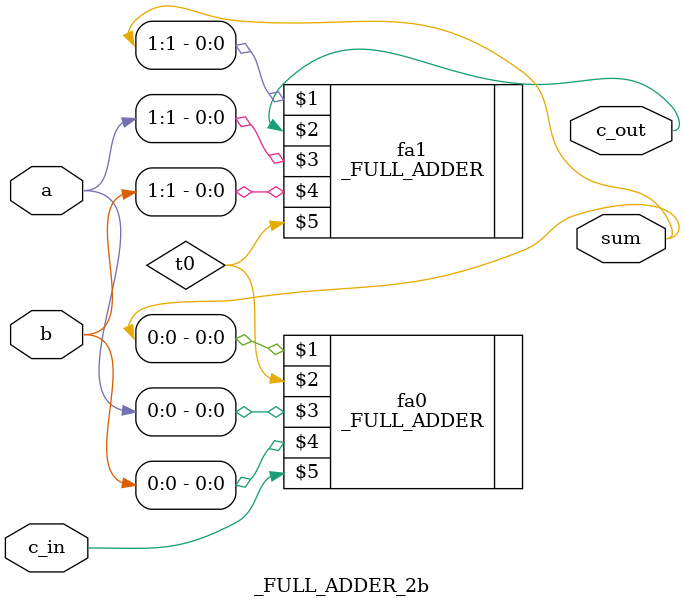
<source format=v>
`timescale 1ns / 1ps


module _FULL_ADDER_2b(
    output [1:0] sum,
    output c_out,
    input [1:0] a,
    input [1:0] b,
    input c_in
    );
    _FULL_ADDER fa0(sum[0], t0, a[0], b[0], c_in);
    _FULL_ADDER fa1(sum[1], c_out, a[1], b[1], t0);
endmodule

</source>
